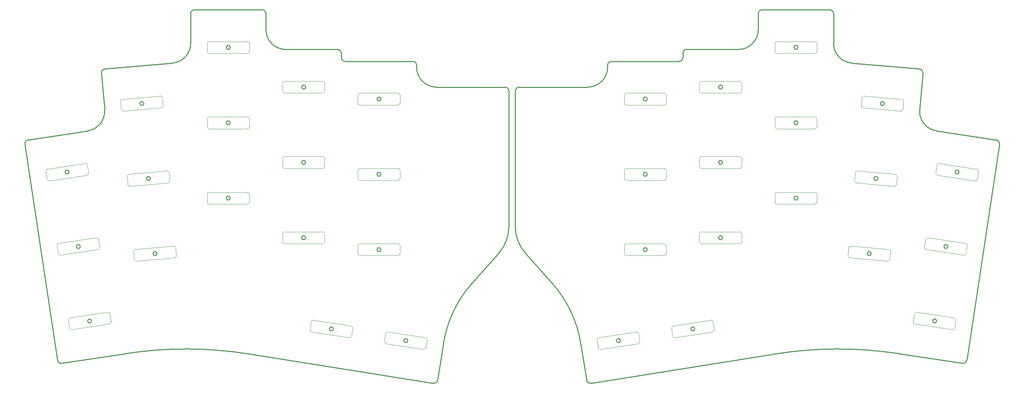
<source format=gbr>
%TF.GenerationSoftware,KiCad,Pcbnew,9.0.0*%
%TF.CreationDate,2025-11-03T03:19:49-06:00*%
%TF.ProjectId,Mau Keys,4d617520-4b65-4797-932e-6b696361645f,rev?*%
%TF.SameCoordinates,Original*%
%TF.FileFunction,Profile,NP*%
%FSLAX46Y46*%
G04 Gerber Fmt 4.6, Leading zero omitted, Abs format (unit mm)*
G04 Created by KiCad (PCBNEW 9.0.0) date 2025-11-03 03:19:49*
%MOMM*%
%LPD*%
G01*
G04 APERTURE LIST*
%TA.AperFunction,Profile*%
%ADD10C,0.250000*%
%TD*%
%TA.AperFunction,Profile*%
%ADD11C,0.050000*%
%TD*%
G04 APERTURE END LIST*
D10*
X94040000Y-53540000D02*
G75*
G02*
X89040000Y-48540001I0J5000000D01*
G01*
X133802719Y-127781135D02*
G75*
G02*
X141000907Y-112554745I29630571J-4693035D01*
G01*
X47523408Y-59544927D02*
G75*
G02*
X48432449Y-58461593I996092J87227D01*
G01*
X28220832Y-77473367D02*
X36413175Y-131868996D01*
X124806078Y-127012255D02*
G75*
G02*
X123806078Y-127012255I-500000J0D01*
G01*
X123806078Y-127012255D02*
G75*
G02*
X124806078Y-127012255I500000J0D01*
G01*
X132359426Y-136893725D02*
X133802719Y-127781135D01*
X109039999Y-56540000D02*
G75*
G02*
X108040000Y-55540002I1J1000000D01*
G01*
X99040000Y-63040000D02*
G75*
G02*
X98040000Y-63040000I-500000J0D01*
G01*
X98040000Y-63040000D02*
G75*
G02*
X99040000Y-63040000I500000J0D01*
G01*
X132040000Y-63040000D02*
G75*
G02*
X127040000Y-58040001I0J5000000D01*
G01*
X118040000Y-85040000D02*
G75*
G02*
X117040000Y-85040000I-500000J0D01*
G01*
X117040000Y-85040000D02*
G75*
G02*
X118040000Y-85040000I500000J0D01*
G01*
X70040000Y-51989506D02*
G75*
G02*
X65475781Y-56970473I-5000000J6D01*
G01*
X106040000Y-124040000D02*
G75*
G02*
X105040000Y-124040000I-500000J0D01*
G01*
X105040000Y-124040000D02*
G75*
G02*
X106040000Y-124040000I500000J0D01*
G01*
X88040001Y-43540000D02*
G75*
G02*
X89040000Y-44539999I-1J-1000000D01*
G01*
X42210385Y-103251885D02*
G75*
G02*
X41210385Y-103251885I-500000J0D01*
G01*
X41210385Y-103251885D02*
G75*
G02*
X42210385Y-103251885I500000J0D01*
G01*
X61540000Y-105040000D02*
G75*
G02*
X60540000Y-105040000I-500000J0D01*
G01*
X60540000Y-105040000D02*
G75*
G02*
X61540000Y-105040000I500000J0D01*
G01*
X48323714Y-68692461D02*
X47523408Y-59544927D01*
X127040000Y-57539998D02*
X127040000Y-58040001D01*
X118040000Y-104040000D02*
G75*
G02*
X117040000Y-104040000I-500000J0D01*
G01*
X117040000Y-104040000D02*
G75*
G02*
X118040000Y-104040000I500000J0D01*
G01*
X132040000Y-63040000D02*
X149320001Y-63040000D01*
X108040000Y-54539999D02*
X108040000Y-55540002D01*
X89040000Y-44539999D02*
X89040000Y-48540001D01*
X39380770Y-84463769D02*
G75*
G02*
X38380770Y-84463769I-500000J0D01*
G01*
X38380770Y-84463769D02*
G75*
G02*
X39380770Y-84463769I500000J0D01*
G01*
X94040000Y-53540000D02*
X107040001Y-53540000D01*
X132359426Y-136893725D02*
G75*
G02*
X131215295Y-137725029I-987726J156425D01*
G01*
X84557668Y-130335144D02*
X131215302Y-137724987D01*
X45040000Y-122040000D02*
G75*
G02*
X44040000Y-122040000I-500000J0D01*
G01*
X44040000Y-122040000D02*
G75*
G02*
X45040000Y-122040000I500000J0D01*
G01*
X80040000Y-53040000D02*
G75*
G02*
X79040000Y-53040000I-500000J0D01*
G01*
X79040000Y-53040000D02*
G75*
G02*
X80040000Y-53040000I500000J0D01*
G01*
X28220833Y-77473367D02*
X28220832Y-77473367D01*
X147788537Y-104910820D02*
X141000907Y-112554745D01*
X44087376Y-74072481D02*
X44087376Y-74072483D01*
X109039999Y-56540000D02*
X126040001Y-56540000D01*
X80040000Y-91040000D02*
G75*
G02*
X79040000Y-91040000I-500000J0D01*
G01*
X79040000Y-91040000D02*
G75*
G02*
X80040000Y-91040000I500000J0D01*
G01*
X99040000Y-82040000D02*
G75*
G02*
X98040000Y-82040000I-500000J0D01*
G01*
X98040000Y-82040000D02*
G75*
G02*
X99040000Y-82040000I500000J0D01*
G01*
X29060753Y-76335592D02*
X44087376Y-74072483D01*
X54021488Y-130219162D02*
G75*
G02*
X84557667Y-130335148I14892712J-98885038D01*
G01*
X48432448Y-58461576D02*
X65475781Y-56970477D01*
X59884041Y-86112301D02*
G75*
G02*
X58884041Y-86112301I-500000J0D01*
G01*
X58884041Y-86112301D02*
G75*
G02*
X59884041Y-86112301I500000J0D01*
G01*
X80040000Y-72040000D02*
G75*
G02*
X79040000Y-72040000I-500000J0D01*
G01*
X79040000Y-72040000D02*
G75*
G02*
X80040000Y-72040000I500000J0D01*
G01*
X107040001Y-53540000D02*
G75*
G02*
X108040000Y-54539999I-1J-1000000D01*
G01*
X70040000Y-51989506D02*
X70040000Y-44539999D01*
X37549640Y-132699932D02*
G75*
G02*
X36413174Y-131868996I-148940J988932D01*
G01*
X29060753Y-76335594D02*
X29060753Y-76335592D01*
X149320001Y-63040000D02*
G75*
G02*
X150320000Y-64039998I-1J-1000000D01*
G01*
X118040000Y-66040000D02*
G75*
G02*
X117040000Y-66040000I-500000J0D01*
G01*
X117040000Y-66040000D02*
G75*
G02*
X118040000Y-66040000I500000J0D01*
G01*
X126040001Y-56540000D02*
G75*
G02*
X127040000Y-57539998I-1J-1000000D01*
G01*
X71039998Y-43540000D02*
X88040001Y-43540000D01*
X150320000Y-98260900D02*
G75*
G02*
X147788526Y-104910810I-10000300J100D01*
G01*
X48323714Y-68692461D02*
G75*
G02*
X44087375Y-74072477I-4980944J-435799D01*
G01*
X28220833Y-77473367D02*
G75*
G02*
X29060754Y-76335601I988837J148927D01*
G01*
X99040000Y-101040000D02*
G75*
G02*
X98040000Y-101040000I-500000J0D01*
G01*
X98040000Y-101040000D02*
G75*
G02*
X99040000Y-101040000I500000J0D01*
G01*
X37549640Y-132699932D02*
X54021488Y-130219162D01*
X70040000Y-44539999D02*
G75*
G02*
X71039998Y-43540000I1000100J-101D01*
G01*
X58228082Y-67184601D02*
G75*
G02*
X57228082Y-67184601I-500000J0D01*
G01*
X57228082Y-67184601D02*
G75*
G02*
X58228082Y-67184601I500000J0D01*
G01*
X150320000Y-64039998D02*
X150320000Y-98260900D01*
X154471463Y-104910820D02*
G75*
G02*
X151940011Y-98260900I7468937J6650020D01*
G01*
X217702332Y-130335144D02*
X171044698Y-137724987D01*
X208220000Y-53540000D02*
X195219999Y-53540000D01*
X273199247Y-76335594D02*
G75*
G02*
X274039134Y-77473362I-149047J-988906D01*
G01*
X175220000Y-57539998D02*
G75*
G02*
X176219999Y-56540000I1000000J-2D01*
G01*
X274039167Y-77473367D02*
X274039168Y-77473367D01*
X261049615Y-103251885D02*
G75*
G02*
X260049615Y-103251885I-500000J0D01*
G01*
X260049615Y-103251885D02*
G75*
G02*
X261049615Y-103251885I500000J0D01*
G01*
X236784219Y-56970477D02*
G75*
G02*
X232219996Y-51989506I435781J4980977D01*
G01*
X231220002Y-43540000D02*
G75*
G02*
X232220000Y-44539999I-2J-1000000D01*
G01*
X213220000Y-44539999D02*
G75*
G02*
X214219999Y-43540000I1000000J-1D01*
G01*
X274039168Y-77473367D02*
X265846825Y-131868996D01*
X223220000Y-91040000D02*
G75*
G02*
X222220000Y-91040000I-500000J0D01*
G01*
X222220000Y-91040000D02*
G75*
G02*
X223220000Y-91040000I500000J0D01*
G01*
X258220000Y-122040000D02*
G75*
G02*
X257220000Y-122040000I-500000J0D01*
G01*
X257220000Y-122040000D02*
G75*
G02*
X258220000Y-122040000I500000J0D01*
G01*
X161259093Y-112554745D02*
G75*
G02*
X168457267Y-127781137I-22432293J-19919355D01*
G01*
X241720000Y-105040000D02*
G75*
G02*
X240720000Y-105040000I-500000J0D01*
G01*
X240720000Y-105040000D02*
G75*
G02*
X241720000Y-105040000I500000J0D01*
G01*
X232220000Y-51989506D02*
X232220000Y-44539999D01*
X194220000Y-55540002D02*
G75*
G02*
X193220001Y-56540000I-1000000J2D01*
G01*
X185220000Y-104040000D02*
G75*
G02*
X184220000Y-104040000I-500000J0D01*
G01*
X184220000Y-104040000D02*
G75*
G02*
X185220000Y-104040000I500000J0D01*
G01*
X245031918Y-67184601D02*
G75*
G02*
X244031918Y-67184601I-500000J0D01*
G01*
X244031918Y-67184601D02*
G75*
G02*
X245031918Y-67184601I500000J0D01*
G01*
X204220000Y-82040000D02*
G75*
G02*
X203220000Y-82040000I-500000J0D01*
G01*
X203220000Y-82040000D02*
G75*
G02*
X204220000Y-82040000I500000J0D01*
G01*
X170220000Y-63040000D02*
X152939999Y-63040000D01*
X273199247Y-76335592D02*
X258172624Y-74072483D01*
X151940000Y-64039998D02*
X151940000Y-98260900D01*
X185220000Y-85040000D02*
G75*
G02*
X184220000Y-85040000I-500000J0D01*
G01*
X184220000Y-85040000D02*
G75*
G02*
X185220000Y-85040000I500000J0D01*
G01*
X193220001Y-56540000D02*
X176219999Y-56540000D01*
X204220000Y-63040000D02*
G75*
G02*
X203220000Y-63040000I-500000J0D01*
G01*
X203220000Y-63040000D02*
G75*
G02*
X204220000Y-63040000I500000J0D01*
G01*
X217702332Y-130335144D02*
G75*
G02*
X248238513Y-130219157I15643468J-98768856D01*
G01*
X223220000Y-53040000D02*
G75*
G02*
X222220000Y-53040000I-500000J0D01*
G01*
X222220000Y-53040000D02*
G75*
G02*
X223220000Y-53040000I500000J0D01*
G01*
X178453922Y-127012255D02*
G75*
G02*
X177453922Y-127012255I-500000J0D01*
G01*
X177453922Y-127012255D02*
G75*
G02*
X178453922Y-127012255I500000J0D01*
G01*
X213220000Y-48540001D02*
G75*
G02*
X208220000Y-53540000I-5000000J1D01*
G01*
X151940000Y-64039998D02*
G75*
G02*
X152939999Y-63040000I1000000J-2D01*
G01*
X258172624Y-74072481D02*
X258172624Y-74072483D01*
X264710360Y-132699932D02*
X248238512Y-130219162D01*
X265846825Y-131868996D02*
G75*
G02*
X264710368Y-132699879I-987625J158196D01*
G01*
X197220000Y-124040000D02*
G75*
G02*
X196220000Y-124040000I-500000J0D01*
G01*
X196220000Y-124040000D02*
G75*
G02*
X197220000Y-124040000I500000J0D01*
G01*
X175220000Y-58040001D02*
G75*
G02*
X170220000Y-63040000I-5000000J1D01*
G01*
X231220002Y-43540000D02*
X214219999Y-43540000D01*
X169900574Y-136893725D02*
X168457281Y-127781135D01*
X213220000Y-44539999D02*
X213220000Y-48540001D01*
X273199247Y-76335594D02*
X273199247Y-76335592D01*
X243375959Y-86112301D02*
G75*
G02*
X242375959Y-86112301I-500000J0D01*
G01*
X242375959Y-86112301D02*
G75*
G02*
X243375959Y-86112301I500000J0D01*
G01*
X263879230Y-84463769D02*
G75*
G02*
X262879230Y-84463769I-500000J0D01*
G01*
X262879230Y-84463769D02*
G75*
G02*
X263879230Y-84463769I500000J0D01*
G01*
X194220000Y-54539999D02*
X194220000Y-55540002D01*
X194220000Y-54539999D02*
G75*
G02*
X195219999Y-53540000I1000000J-1D01*
G01*
X253827552Y-58461576D02*
G75*
G02*
X254736518Y-59544921I-87152J-996124D01*
G01*
X171044698Y-137724987D02*
G75*
G02*
X169900585Y-136893723I-156498J987587D01*
G01*
X185220000Y-66040000D02*
G75*
G02*
X184220000Y-66040000I-500000J0D01*
G01*
X184220000Y-66040000D02*
G75*
G02*
X185220000Y-66040000I500000J0D01*
G01*
X154471463Y-104910820D02*
X161259093Y-112554745D01*
X253827552Y-58461576D02*
X236784219Y-56970477D01*
X204220000Y-101040000D02*
G75*
G02*
X203220000Y-101040000I-500000J0D01*
G01*
X203220000Y-101040000D02*
G75*
G02*
X204220000Y-101040000I500000J0D01*
G01*
X258172624Y-74072481D02*
G75*
G02*
X253936277Y-68692460I744676J4944281D01*
G01*
X253936286Y-68692461D02*
X254736592Y-59544927D01*
X175220000Y-57539998D02*
X175220000Y-58040001D01*
X223220000Y-72040000D02*
G75*
G02*
X222220000Y-72040000I-500000J0D01*
G01*
X222220000Y-72040000D02*
G75*
G02*
X223220000Y-72040000I500000J0D01*
G01*
D11*
%TO.C,SwitchR_6*%
X179420000Y-86040000D02*
X179420000Y-84040000D01*
X189520000Y-83540000D02*
X179920001Y-83540000D01*
X189520000Y-86540000D02*
X179920000Y-86539999D01*
X190020000Y-84040000D02*
X190020000Y-86040000D01*
X179420000Y-84040000D02*
G75*
G02*
X179920000Y-83540000I500001J-1D01*
G01*
X179919999Y-86540001D02*
G75*
G02*
X179419999Y-86040001I1J500001D01*
G01*
X189520000Y-83540000D02*
G75*
G02*
X190020000Y-84040000I0J-500000D01*
G01*
X190020000Y-86040000D02*
G75*
G02*
X189520000Y-86540000I-500000J0D01*
G01*
%TO.C,SwitchR_12*%
X198420000Y-102040000D02*
X198420000Y-100040000D01*
X208520000Y-99540000D02*
X198920001Y-99540000D01*
X208520000Y-102540000D02*
X198920000Y-102539999D01*
X209020000Y-100040000D02*
X209020000Y-102040000D01*
X198420000Y-100040000D02*
G75*
G02*
X198920000Y-99540000I500001J-1D01*
G01*
X198919999Y-102540001D02*
G75*
G02*
X198419999Y-102040001I1J500001D01*
G01*
X208520000Y-99540000D02*
G75*
G02*
X209020000Y-100040000I0J-500000D01*
G01*
X209020000Y-102040000D02*
G75*
G02*
X208520000Y-102540000I-500000J0D01*
G01*
%TO.C,Switch14*%
X93240000Y-102040000D02*
X93240000Y-100040000D01*
X103340000Y-99540000D02*
X93740001Y-99540000D01*
X103340000Y-102540000D02*
X93740000Y-102539999D01*
X103840000Y-100040000D02*
X103840000Y-102040000D01*
X93240000Y-100040000D02*
G75*
G02*
X93740000Y-99540000I500001J-1D01*
G01*
X93739999Y-102540001D02*
G75*
G02*
X93239999Y-102040001I1J500001D01*
G01*
X103340000Y-99540000D02*
G75*
G02*
X103840000Y-100040000I0J-500000D01*
G01*
X103840000Y-102040000D02*
G75*
G02*
X103340000Y-102540000I-500000J0D01*
G01*
%TO.C,Switch4*%
X93240000Y-64040000D02*
X93240000Y-62040000D01*
X103340000Y-61540000D02*
X93740001Y-61540000D01*
X103340000Y-64540000D02*
X93740000Y-64539999D01*
X103840000Y-62040000D02*
X103840000Y-64040000D01*
X93240000Y-62040000D02*
G75*
G02*
X93740000Y-61540000I500001J-1D01*
G01*
X93739999Y-64540001D02*
G75*
G02*
X93239999Y-64040001I1J500001D01*
G01*
X103340000Y-61540000D02*
G75*
G02*
X103840000Y-62040000I0J-500000D01*
G01*
X103840000Y-64040000D02*
G75*
G02*
X103340000Y-64540000I-500000J0D01*
G01*
%TO.C,Switch5*%
X112240000Y-67040000D02*
X112240000Y-65040000D01*
X122340000Y-64540000D02*
X112740001Y-64540000D01*
X122340000Y-67540000D02*
X112740000Y-67539999D01*
X122840000Y-65040000D02*
X122840000Y-67040000D01*
X112240000Y-65040000D02*
G75*
G02*
X112740000Y-64540000I500001J-1D01*
G01*
X112739999Y-67540001D02*
G75*
G02*
X112239999Y-67040001I1J500001D01*
G01*
X122340000Y-64540000D02*
G75*
G02*
X122840000Y-65040000I0J-500000D01*
G01*
X122840000Y-67040000D02*
G75*
G02*
X122340000Y-67540000I-500000J0D01*
G01*
%TO.C,Switch15*%
X112240000Y-105040000D02*
X112240000Y-103040000D01*
X122340000Y-102540000D02*
X112740001Y-102540000D01*
X122340000Y-105540000D02*
X112740000Y-105539999D01*
X122840000Y-103040000D02*
X122840000Y-105040000D01*
X112240000Y-103040000D02*
G75*
G02*
X112740000Y-102540000I500001J-1D01*
G01*
X112739999Y-105540001D02*
G75*
G02*
X112239999Y-105040001I1J500001D01*
G01*
X122340000Y-102540000D02*
G75*
G02*
X122840000Y-103040000I0J-500000D01*
G01*
X122840000Y-105040000D02*
G75*
G02*
X122340000Y-105540000I-500000J0D01*
G01*
%TO.C,Switch17*%
X118914895Y-127170841D02*
X119227764Y-125195464D01*
X129281634Y-126281608D02*
X119799827Y-124779837D01*
X128812330Y-129244673D02*
X119330522Y-127742901D01*
X129697261Y-126853669D02*
X129384392Y-128829046D01*
X119227764Y-125195464D02*
G75*
G02*
X119799826Y-124779837I493845J-78218D01*
G01*
X119330521Y-127742903D02*
G75*
G02*
X118914895Y-127170842I78219J493845D01*
G01*
X129281634Y-126281608D02*
G75*
G02*
X129697260Y-126853669I-78218J-493844D01*
G01*
X129384392Y-128829046D02*
G75*
G02*
X128812330Y-129244673I-493844J78217D01*
G01*
%TO.C,Switch10*%
X112240000Y-86040000D02*
X112240000Y-84040000D01*
X122340000Y-83540000D02*
X112740001Y-83540000D01*
X122340000Y-86540000D02*
X112740000Y-86539999D01*
X122840000Y-84040000D02*
X122840000Y-86040000D01*
X112240000Y-84040000D02*
G75*
G02*
X112740000Y-83540000I500001J-1D01*
G01*
X112739999Y-86540001D02*
G75*
G02*
X112239999Y-86040001I1J500001D01*
G01*
X122340000Y-83540000D02*
G75*
G02*
X122840000Y-84040000I0J-500000D01*
G01*
X122840000Y-86040000D02*
G75*
G02*
X122340000Y-86540000I-500000J0D01*
G01*
%TO.C,Switch9*%
X93240000Y-83040000D02*
X93240000Y-81040000D01*
X103340000Y-80540000D02*
X93740001Y-80540000D01*
X103340000Y-83540000D02*
X93740000Y-83539999D01*
X103840000Y-81040000D02*
X103840000Y-83040000D01*
X93240000Y-81040000D02*
G75*
G02*
X93740000Y-80540000I500001J-1D01*
G01*
X93739999Y-83540001D02*
G75*
G02*
X93239999Y-83040001I1J500001D01*
G01*
X103340000Y-80540000D02*
G75*
G02*
X103840000Y-81040000I0J-500000D01*
G01*
X103840000Y-83040000D02*
G75*
G02*
X103340000Y-83540000I-500000J0D01*
G01*
%TO.C,Switch16*%
X100148817Y-124198586D02*
X100461686Y-122223209D01*
X110515556Y-123309353D02*
X101033749Y-121807582D01*
X110046252Y-126272418D02*
X100564444Y-124770646D01*
X110931183Y-123881414D02*
X110618314Y-125856791D01*
X100461686Y-122223209D02*
G75*
G02*
X101033748Y-121807582I493845J-78218D01*
G01*
X100564443Y-124770648D02*
G75*
G02*
X100148817Y-124198587I78219J493845D01*
G01*
X110515556Y-123309353D02*
G75*
G02*
X110931182Y-123881414I-78218J-493844D01*
G01*
X110618314Y-125856791D02*
G75*
G02*
X110046252Y-126272418I-493844J78217D01*
G01*
%TO.C,Switch12*%
X55847324Y-106498119D02*
X55673012Y-104505730D01*
X65691001Y-103127359D02*
X56127533Y-103964054D01*
X65952468Y-106115943D02*
X56388999Y-106952638D01*
X66232676Y-103581879D02*
X66406988Y-105574268D01*
X55673012Y-104505730D02*
G75*
G02*
X56127532Y-103964054I498099J43577D01*
G01*
X56388998Y-106952640D02*
G75*
G02*
X55847322Y-106498120I-43577J498099D01*
G01*
X65691001Y-103127359D02*
G75*
G02*
X66232677Y-103581879I43578J-498098D01*
G01*
X66406988Y-105574268D02*
G75*
G02*
X65952468Y-106115944I-498098J-43578D01*
G01*
%TO.C,Switch7*%
X54191365Y-87570420D02*
X54017053Y-85578031D01*
X64035042Y-84199660D02*
X54471574Y-85036355D01*
X64296509Y-87188244D02*
X54733040Y-88024939D01*
X64576717Y-84654180D02*
X64751029Y-86646569D01*
X54017053Y-85578031D02*
G75*
G02*
X54471573Y-85036355I498099J43577D01*
G01*
X54733039Y-88024941D02*
G75*
G02*
X54191363Y-87570421I-43577J498099D01*
G01*
X64035042Y-84199660D02*
G75*
G02*
X64576718Y-84654180I43578J-498098D01*
G01*
X64751029Y-86646569D02*
G75*
G02*
X64296509Y-87188245I-498098J-43578D01*
G01*
%TO.C,Switch2*%
X52535406Y-68642721D02*
X52361094Y-66650332D01*
X62379083Y-65271961D02*
X52815615Y-66108656D01*
X62640550Y-68260545D02*
X53077081Y-69097240D01*
X62920758Y-65726481D02*
X63095070Y-67718870D01*
X52361094Y-66650332D02*
G75*
G02*
X52815614Y-66108656I498099J43577D01*
G01*
X53077080Y-69097242D02*
G75*
G02*
X52535404Y-68642722I-43577J498099D01*
G01*
X62379083Y-65271961D02*
G75*
G02*
X62920759Y-65726481I43578J-498098D01*
G01*
X63095070Y-67718870D02*
G75*
G02*
X62640550Y-68260546I-498098J-43578D01*
G01*
%TO.C,Switch3*%
X74240000Y-54040000D02*
X74240000Y-52040000D01*
X84340000Y-51540000D02*
X74740001Y-51540000D01*
X84340000Y-54540000D02*
X74740000Y-54539999D01*
X84840000Y-52040000D02*
X84840000Y-54040000D01*
X74240000Y-52040000D02*
G75*
G02*
X74740000Y-51540000I500001J-1D01*
G01*
X74739999Y-54540001D02*
G75*
G02*
X74239999Y-54040001I1J500001D01*
G01*
X84340000Y-51540000D02*
G75*
G02*
X84840000Y-52040000I0J-500000D01*
G01*
X84840000Y-54040000D02*
G75*
G02*
X84340000Y-54540000I-500000J0D01*
G01*
%TO.C,Switch8*%
X74240000Y-73040000D02*
X74240000Y-71040000D01*
X84340000Y-70540000D02*
X74740001Y-70540000D01*
X84340000Y-73540000D02*
X74740000Y-73539999D01*
X84840000Y-71040000D02*
X84840000Y-73040000D01*
X74240000Y-71040000D02*
G75*
G02*
X74740000Y-70540000I500001J-1D01*
G01*
X74739999Y-73540001D02*
G75*
G02*
X74239999Y-73040001I1J500001D01*
G01*
X84340000Y-70540000D02*
G75*
G02*
X84840000Y-71040000I0J-500000D01*
G01*
X84840000Y-73040000D02*
G75*
G02*
X84340000Y-73540000I-500000J0D01*
G01*
%TO.C,Switch13*%
X74240000Y-92040000D02*
X74240000Y-90040000D01*
X84340000Y-89540000D02*
X74740001Y-89540000D01*
X84340000Y-92540000D02*
X74740000Y-92539999D01*
X84840000Y-90040000D02*
X84840000Y-92040000D01*
X74240000Y-90040000D02*
G75*
G02*
X74740000Y-89540000I500001J-1D01*
G01*
X74739999Y-92540001D02*
G75*
G02*
X74239999Y-92040001I1J500001D01*
G01*
X84340000Y-89540000D02*
G75*
G02*
X84840000Y-90040000I0J-500000D01*
G01*
X84840000Y-92040000D02*
G75*
G02*
X84340000Y-92540000I-500000J0D01*
G01*
%TO.C,Switch1*%
X33789897Y-86245063D02*
X33490826Y-84267550D01*
X43402498Y-82262865D02*
X33910437Y-83698404D01*
X43851104Y-85229134D02*
X34359042Y-86664672D01*
X43971643Y-82682475D02*
X44270714Y-84659988D01*
X33490826Y-84267550D02*
G75*
G02*
X33910436Y-83698404I494379J74767D01*
G01*
X34359042Y-86664674D02*
G75*
G02*
X33789896Y-86245064I-74767J494379D01*
G01*
X43402498Y-82262865D02*
G75*
G02*
X43971643Y-82682475I74767J-494378D01*
G01*
X44270714Y-84659988D02*
G75*
G02*
X43851104Y-85229134I-494378J-74768D01*
G01*
%TO.C,Switch6*%
X36631069Y-105031434D02*
X36331998Y-103053921D01*
X46243670Y-101049236D02*
X36751609Y-102484775D01*
X46692276Y-104015505D02*
X37200214Y-105451043D01*
X46812815Y-101468846D02*
X47111886Y-103446359D01*
X36331998Y-103053921D02*
G75*
G02*
X36751608Y-102484775I494379J74767D01*
G01*
X37200214Y-105451045D02*
G75*
G02*
X36631068Y-105031435I-74767J494379D01*
G01*
X46243670Y-101049236D02*
G75*
G02*
X46812815Y-101468846I74767J-494378D01*
G01*
X47111886Y-103446359D02*
G75*
G02*
X46692276Y-104015505I-494378J-74768D01*
G01*
%TO.C,Switch11*%
X39472241Y-123817805D02*
X39173170Y-121840292D01*
X49084842Y-119835607D02*
X39592781Y-121271146D01*
X49533448Y-122801876D02*
X40041386Y-124237414D01*
X49653987Y-120255217D02*
X49953058Y-122232730D01*
X39173170Y-121840292D02*
G75*
G02*
X39592780Y-121271146I494379J74767D01*
G01*
X40041386Y-124237416D02*
G75*
G02*
X39472240Y-123817806I-74767J494379D01*
G01*
X49084842Y-119835607D02*
G75*
G02*
X49653987Y-120255217I74767J-494378D01*
G01*
X49953058Y-122232730D02*
G75*
G02*
X49533448Y-122801876I-494378J-74768D01*
G01*
%TO.C,SwitchR_2*%
X198420000Y-64040000D02*
X198420000Y-62040000D01*
X208520000Y-61540000D02*
X198920001Y-61540000D01*
X208520000Y-64540000D02*
X198920000Y-64539999D01*
X209020000Y-62040000D02*
X209020000Y-64040000D01*
X198420000Y-62040000D02*
G75*
G02*
X198920000Y-61540000I500001J-1D01*
G01*
X198919999Y-64540001D02*
G75*
G02*
X198419999Y-64040001I1J500001D01*
G01*
X208520000Y-61540000D02*
G75*
G02*
X209020000Y-62040000I0J-500000D01*
G01*
X209020000Y-64040000D02*
G75*
G02*
X208520000Y-64540000I-500000J0D01*
G01*
%TO.C,SwitchR_9*%
X237508971Y-86646569D02*
X237683283Y-84654180D01*
X247788427Y-85036356D02*
X238224959Y-84199660D01*
X247526960Y-88024940D02*
X237963491Y-87188243D01*
X248242947Y-85578031D02*
X248068635Y-87570420D01*
X237683283Y-84654180D02*
G75*
G02*
X238224958Y-84199661I498098J-43579D01*
G01*
X237963490Y-87188245D02*
G75*
G02*
X237508971Y-86646570I43579J498098D01*
G01*
X247788427Y-85036356D02*
G75*
G02*
X248242946Y-85578031I-43578J-498097D01*
G01*
X248068635Y-87570420D02*
G75*
G02*
X247526960Y-88024939I-498097J43578D01*
G01*
%TO.C,SwitchR_7*%
X198420000Y-83040000D02*
X198420000Y-81040000D01*
X208520000Y-80540000D02*
X198920001Y-80540000D01*
X208520000Y-83540000D02*
X198920000Y-83539999D01*
X209020000Y-81040000D02*
X209020000Y-83040000D01*
X198420000Y-81040000D02*
G75*
G02*
X198920000Y-80540000I500001J-1D01*
G01*
X198919999Y-83540001D02*
G75*
G02*
X198419999Y-83040001I1J500001D01*
G01*
X208520000Y-80540000D02*
G75*
G02*
X209020000Y-81040000I0J-500000D01*
G01*
X209020000Y-83040000D02*
G75*
G02*
X208520000Y-83540000I-500000J0D01*
G01*
%TO.C,SwitchR_5*%
X257989286Y-84659988D02*
X258288357Y-82682475D01*
X268349564Y-83698404D02*
X258857503Y-82262865D01*
X267900958Y-86664673D02*
X258408897Y-85229133D01*
X268769174Y-84267550D02*
X268470103Y-86245063D01*
X258288357Y-82682475D02*
G75*
G02*
X258857502Y-82262865I494379J-74769D01*
G01*
X258408895Y-85229135D02*
G75*
G02*
X257989285Y-84659989I74769J494379D01*
G01*
X268349564Y-83698404D02*
G75*
G02*
X268769174Y-84267550I-74768J-494378D01*
G01*
X268470103Y-86245063D02*
G75*
G02*
X267900958Y-86664673I-494378J74768D01*
G01*
%TO.C,SwitchR_8*%
X217420000Y-73040000D02*
X217420000Y-71040000D01*
X227520000Y-70540000D02*
X217920001Y-70540000D01*
X227520000Y-73540000D02*
X217920000Y-73539999D01*
X228020000Y-71040000D02*
X228020000Y-73040000D01*
X217420000Y-71040000D02*
G75*
G02*
X217920000Y-70540000I500001J-1D01*
G01*
X217919999Y-73540001D02*
G75*
G02*
X217419999Y-73040001I1J500001D01*
G01*
X227520000Y-70540000D02*
G75*
G02*
X228020000Y-71040000I0J-500000D01*
G01*
X228020000Y-73040000D02*
G75*
G02*
X227520000Y-73540000I-500000J0D01*
G01*
%TO.C,SwitchR_10*%
X255148114Y-103446359D02*
X255447185Y-101468846D01*
X265508392Y-102484775D02*
X256016331Y-101049236D01*
X265059786Y-105451044D02*
X255567725Y-104015504D01*
X265928002Y-103053921D02*
X265628931Y-105031434D01*
X255447185Y-101468846D02*
G75*
G02*
X256016330Y-101049236I494379J-74769D01*
G01*
X255567723Y-104015506D02*
G75*
G02*
X255148113Y-103446360I74769J494379D01*
G01*
X265508392Y-102484775D02*
G75*
G02*
X265928002Y-103053921I-74768J-494378D01*
G01*
X265628931Y-105031434D02*
G75*
G02*
X265059786Y-105451044I-494378J74768D01*
G01*
%TO.C,SwitchR_3*%
X217420000Y-54040000D02*
X217420000Y-52040000D01*
X227520000Y-51540000D02*
X217920001Y-51540000D01*
X227520000Y-54540000D02*
X217920000Y-54539999D01*
X228020000Y-52040000D02*
X228020000Y-54040000D01*
X217420000Y-52040000D02*
G75*
G02*
X217920000Y-51540000I500001J-1D01*
G01*
X217919999Y-54540001D02*
G75*
G02*
X217419999Y-54040001I1J500001D01*
G01*
X227520000Y-51540000D02*
G75*
G02*
X228020000Y-52040000I0J-500000D01*
G01*
X228020000Y-54040000D02*
G75*
G02*
X227520000Y-54540000I-500000J0D01*
G01*
%TO.C,SwitchR_17*%
X191641686Y-125856791D02*
X191328817Y-123881414D01*
X201226252Y-121807582D02*
X191744445Y-123309353D01*
X201695556Y-124770647D02*
X192213748Y-126272417D01*
X201798314Y-122223209D02*
X202111183Y-124198586D01*
X191328817Y-123881414D02*
G75*
G02*
X191744444Y-123309352I493846J78216D01*
G01*
X192213747Y-126272419D02*
G75*
G02*
X191641685Y-125856792I-78217J493845D01*
G01*
X201226252Y-121807582D02*
G75*
G02*
X201798314Y-122223209I78218J-493844D01*
G01*
X202111183Y-124198586D02*
G75*
G02*
X201695556Y-124770648I-493845J-78217D01*
G01*
%TO.C,SwitchR_14*%
X235853012Y-105574268D02*
X236027324Y-103581879D01*
X246132468Y-103964055D02*
X236569000Y-103127359D01*
X245871001Y-106952639D02*
X236307532Y-106115942D01*
X246586988Y-104505730D02*
X246412676Y-106498119D01*
X236027324Y-103581879D02*
G75*
G02*
X236568999Y-103127360I498098J-43579D01*
G01*
X236307531Y-106115944D02*
G75*
G02*
X235853012Y-105574269I43579J498098D01*
G01*
X246132468Y-103964055D02*
G75*
G02*
X246586987Y-104505730I-43578J-498097D01*
G01*
X246412676Y-106498119D02*
G75*
G02*
X245871001Y-106952638I-498097J43578D01*
G01*
%TO.C,SwitchR_11*%
X179420000Y-105040000D02*
X179420000Y-103040000D01*
X189520000Y-102540000D02*
X179920001Y-102540000D01*
X189520000Y-105540000D02*
X179920000Y-105539999D01*
X190020000Y-103040000D02*
X190020000Y-105040000D01*
X179420000Y-103040000D02*
G75*
G02*
X179920000Y-102540000I500001J-1D01*
G01*
X179919999Y-105540001D02*
G75*
G02*
X179419999Y-105040001I1J500001D01*
G01*
X189520000Y-102540000D02*
G75*
G02*
X190020000Y-103040000I0J-500000D01*
G01*
X190020000Y-105040000D02*
G75*
G02*
X189520000Y-105540000I-500000J0D01*
G01*
%TO.C,SwitchR_16*%
X172875608Y-128829046D02*
X172562739Y-126853669D01*
X182460174Y-124779837D02*
X172978367Y-126281608D01*
X182929478Y-127742902D02*
X173447670Y-129244672D01*
X183032236Y-125195464D02*
X183345105Y-127170841D01*
X172562739Y-126853669D02*
G75*
G02*
X172978366Y-126281607I493846J78216D01*
G01*
X173447669Y-129244674D02*
G75*
G02*
X172875607Y-128829047I-78217J493845D01*
G01*
X182460174Y-124779837D02*
G75*
G02*
X183032236Y-125195464I78218J-493844D01*
G01*
X183345105Y-127170841D02*
G75*
G02*
X182929478Y-127742903I-493845J-78217D01*
G01*
%TO.C,SwitchR_1*%
X179420000Y-67040000D02*
X179420000Y-65040000D01*
X189520000Y-64540000D02*
X179920001Y-64540000D01*
X189520000Y-67540000D02*
X179920000Y-67539999D01*
X190020000Y-65040000D02*
X190020000Y-67040000D01*
X179420000Y-65040000D02*
G75*
G02*
X179920000Y-64540000I500001J-1D01*
G01*
X179919999Y-67540001D02*
G75*
G02*
X179419999Y-67040001I1J500001D01*
G01*
X189520000Y-64540000D02*
G75*
G02*
X190020000Y-65040000I0J-500000D01*
G01*
X190020000Y-67040000D02*
G75*
G02*
X189520000Y-67540000I-500000J0D01*
G01*
%TO.C,SwitchR_15*%
X252306942Y-122232730D02*
X252606013Y-120255217D01*
X262667220Y-121271146D02*
X253175159Y-119835607D01*
X262218614Y-124237415D02*
X252726553Y-122801875D01*
X263086830Y-121840292D02*
X262787759Y-123817805D01*
X252606013Y-120255217D02*
G75*
G02*
X253175158Y-119835607I494379J-74769D01*
G01*
X252726551Y-122801877D02*
G75*
G02*
X252306941Y-122232731I74769J494379D01*
G01*
X262667220Y-121271146D02*
G75*
G02*
X263086830Y-121840292I-74768J-494378D01*
G01*
X262787759Y-123817805D02*
G75*
G02*
X262218614Y-124237415I-494378J74768D01*
G01*
%TO.C,SwitchR_13*%
X217420000Y-92040000D02*
X217420000Y-90040000D01*
X227520000Y-89540000D02*
X217920001Y-89540000D01*
X227520000Y-92540000D02*
X217920000Y-92539999D01*
X228020000Y-90040000D02*
X228020000Y-92040000D01*
X217420000Y-90040000D02*
G75*
G02*
X217920000Y-89540000I500001J-1D01*
G01*
X217919999Y-92540001D02*
G75*
G02*
X217419999Y-92040001I1J500001D01*
G01*
X227520000Y-89540000D02*
G75*
G02*
X228020000Y-90040000I0J-500000D01*
G01*
X228020000Y-92040000D02*
G75*
G02*
X227520000Y-92540000I-500000J0D01*
G01*
%TO.C,SwitchR_4*%
X239164930Y-67718870D02*
X239339242Y-65726481D01*
X249444386Y-66108657D02*
X239880918Y-65271961D01*
X249182919Y-69097241D02*
X239619450Y-68260544D01*
X249898906Y-66650332D02*
X249724594Y-68642721D01*
X239339242Y-65726481D02*
G75*
G02*
X239880917Y-65271962I498098J-43579D01*
G01*
X239619449Y-68260546D02*
G75*
G02*
X239164930Y-67718871I43579J498098D01*
G01*
X249444386Y-66108657D02*
G75*
G02*
X249898905Y-66650332I-43578J-498097D01*
G01*
X249724594Y-68642721D02*
G75*
G02*
X249182919Y-69097240I-498097J43578D01*
G01*
%TD*%
M02*

</source>
